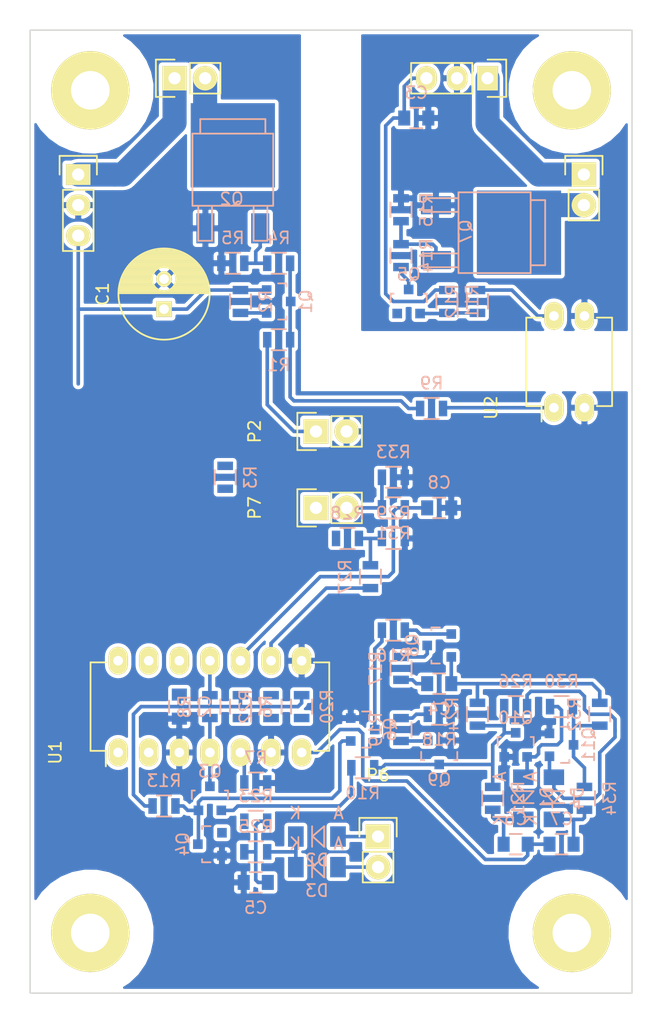
<source format=kicad_pcb>
(kicad_pcb (version 4) (host pcbnew 4.0.4-stable)
  (layers (0 F.Cu signal) (31 B.Cu signal) (34 B.Paste user) (35 F.Paste user) (36 B.SilkS user) (37 F.SilkS user) (38 B.Mask user) (39 F.Mask user) (44 Edge.Cuts user))
  (net 0 "")
  (net 1 V-)
  (net 2 V+)
  (net 3 /V-1)
  (net 4 /V+1)
  (net 5 "Net-(C4-Pad1)")
  (net 6 "Net-(C5-Pad2)")
  (net 7 /BTN)
  (net 8 "Net-(C6-Pad2)")
  (net 9 "Net-(C7-Pad1)")
  (net 10 "Net-(C8-Pad2)")
  (net 11 "Net-(D1-Pad2)")
  (net 12 "Net-(D2-Pad1)")
  (net 13 "Net-(D2-Pad2)")
  (net 14 "Net-(D3-Pad2)")
  (net 15 "Net-(D4-Pad2)")
  (net 16 "Net-(P1-Pad1)")
  (net 17 "Net-(P2-Pad1)")
  (net 18 "Net-(P3-Pad2)")
  (net 19 "Net-(P4-Pad1)")
  (net 20 "Net-(P5-Pad2)")
  (net 21 "Net-(P7-Pad2)")
  (net 22 "Net-(Q1-Pad1)")
  (net 23 /ON)
  (net 24 "Net-(Q2-Pad1)")
  (net 25 "Net-(Q3-Pad1)")
  (net 26 /STARTUP_FB)
  (net 27 "Net-(Q3-Pad3)")
  (net 28 /MAINS_DET)
  (net 29 "Net-(Q5-Pad1)")
  (net 30 "Net-(Q5-Pad3)")
  (net 31 "Net-(Q6-Pad3)")
  (net 32 "Net-(Q7-Pad1)")
  (net 33 "Net-(Q8-Pad1)")
  (net 34 "Net-(Q8-Pad3)")
  (net 35 "Net-(Q9-Pad1)")
  (net 36 /FF_STARTUP)
  (net 37 "Net-(Q11-Pad3)")
  (net 38 "Net-(R3-Pad1)")
  (net 39 "Net-(R6-Pad1)")
  (net 40 "Net-(R9-Pad1)")
  (net 41 "Net-(R12-Pad1)")
  (net 42 "Net-(R22-Pad1)")
  (net 43 "Net-(R27-Pad1)")
  (module Mechanical:Hole_M3 (layer F.Cu) (at 105 95)
    (fp_text reference REF** hide)
    (fp_text value Hole_M3 hide)
    (pad 1 thru_hole circle (at 0 0) (size 6.5 6.5) (drill 3.2) (layers *.Cu *.Mask F.SilkS) (clearance 2))
  )
  (module Mechanical:Hole_M3 (layer F.Cu) (at 145 95)
    (fp_text reference REF** hide)
    (fp_text value Hole_M3 hide)
    (pad 1 thru_hole circle (at 0 0) (size 6.5 6.5) (drill 3.2) (layers *.Cu *.Mask F.SilkS) (clearance 2))
  )
  (module Mechanical:Hole_M3 (layer F.Cu) (at 145 25)
    (fp_text reference REF** hide)
    (fp_text value Hole_M3 hide)
    (pad 1 thru_hole circle (at 0 0) (size 6.5 6.5) (drill 3.2) (layers *.Cu *.Mask F.SilkS) (clearance 2))
  )
  (module Capacitors_ThroughHole:C_Radial_D7.5_L11.2_P2.5 (layer F.Cu) (at 111.125 43.18 90)
    (fp_text reference C1 (at 1.25 -5.1 90) (layer F.SilkS))
    (fp_text value 22u)
    (pad 2 thru_hole circle (at 2.5 0 90) (size 1.3 1.3) (drill 0.8) (layers *.Cu *.Mask F.SilkS) (net 1 V-))
    (pad 1 thru_hole rect (at 0 0 90) (size 1.3 1.3) (drill 0.8) (layers *.Cu *.Mask F.SilkS) (net 2 V+))
  )
  (module Capacitors_SMD:C_0805 (layer B.Cu) (at 112.395 76.2 90)
    (fp_text reference C2 (at 0 2.1 90) (layer B.SilkS) (effects (justify mirror)))
    (fp_text value 100n)
    (pad 1 smd rect (at -1 0 90) (size 1 1.25) (layers B.Cu B.Paste B.Mask) (net 1 V-))
    (pad 2 smd rect (at 1 0 90) (size 1 1.25) (layers B.Cu B.Paste B.Mask) (net 2 V+))
  )
  (module Capacitors_SMD:C_0805 (layer B.Cu) (at 132.08 27.305 180)
    (fp_text reference C3 (at 0 2.1 180) (layer B.SilkS) (effects (justify mirror)))
    (fp_text value 100n)
    (pad 1 smd rect (at -1 0 180) (size 1 1.25) (layers B.Cu B.Paste B.Mask) (net 3 /V-1))
    (pad 2 smd rect (at 1 0 180) (size 1 1.25) (layers B.Cu B.Paste B.Mask) (net 4 /V+1))
  )
  (module Capacitors_SMD:C_0805 (layer B.Cu) (at 133.985 74.295)
    (fp_text reference C4 (at 0 2.1) (layer B.SilkS) (effects (justify mirror)))
    (fp_text value 15n)
    (pad 1 smd rect (at -1 0) (size 1 1.25) (layers B.Cu B.Paste B.Mask) (net 5 "Net-(C4-Pad1)"))
    (pad 2 smd rect (at 1 0) (size 1 1.25) (layers B.Cu B.Paste B.Mask) (net 2 V+))
  )
  (module Capacitors_SMD:C_0805 (layer B.Cu) (at 118.745 90.805)
    (fp_text reference C5 (at 0 2.1) (layer B.SilkS) (effects (justify mirror)))
    (fp_text value 100n)
    (pad 1 smd rect (at -1 0) (size 1 1.25) (layers B.Cu B.Paste B.Mask) (net 1 V-))
    (pad 2 smd rect (at 1 0) (size 1 1.25) (layers B.Cu B.Paste B.Mask) (net 6 "Net-(C5-Pad2)"))
  )
  (module Capacitors_SMD:C_0805 (layer B.Cu) (at 140.335 87.63 180)
    (fp_text reference C6 (at 0 2.1 180) (layer B.SilkS) (effects (justify mirror)))
    (fp_text value 100n)
    (pad 1 smd rect (at -1 0 180) (size 1 1.25) (layers B.Cu B.Paste B.Mask) (net 7 /BTN))
    (pad 2 smd rect (at 1 0 180) (size 1 1.25) (layers B.Cu B.Paste B.Mask) (net 8 "Net-(C6-Pad2)"))
  )
  (module Capacitors_SMD:C_0805 (layer B.Cu) (at 144.145 87.63 180)
    (fp_text reference C7 (at 0 2.1 180) (layer B.SilkS) (effects (justify mirror)))
    (fp_text value 100n)
    (pad 1 smd rect (at -1 0 180) (size 1 1.25) (layers B.Cu B.Paste B.Mask) (net 9 "Net-(C7-Pad1)"))
    (pad 2 smd rect (at 1 0 180) (size 1 1.25) (layers B.Cu B.Paste B.Mask) (net 7 /BTN))
  )
  (module Capacitors_SMD:C_0805 (layer B.Cu) (at 133.985 59.69 180)
    (fp_text reference C8 (at 0 2.1 180) (layer B.SilkS) (effects (justify mirror)))
    (fp_text value 1u)
    (pad 1 smd rect (at -1 0 180) (size 1 1.25) (layers B.Cu B.Paste B.Mask) (net 1 V-))
    (pad 2 smd rect (at 1 0 180) (size 1 1.25) (layers B.Cu B.Paste B.Mask) (net 10 "Net-(C8-Pad2)"))
  )
  (module Diodes_SMD:MiniMELF_Standard (layer B.Cu) (at 140.97 83.82 90)
    (fp_text reference D1 (at 0 1.95 90) (layer B.SilkS) (effects (justify mirror)))
    (fp_text value 1N4148)
    (fp_text user K (at -1.8 -1.95 90) (layer B.SilkS) (effects (justify mirror)))
    (fp_text user A (at 1.8 -1.95 90) (layer B.SilkS) (effects (justify mirror)))
    (pad 1 smd rect (at -1.75006 0 90) (size 1.30048 1.69926) (layers B.Cu B.Paste B.Mask) (net 8 "Net-(C6-Pad2)"))
    (pad 2 smd rect (at 1.75006 0 90) (size 1.30048 1.69926) (layers B.Cu B.Paste B.Mask) (net 11 "Net-(D1-Pad2)"))
  )
  (module Diodes_SMD:MiniMELF_Standard (layer B.Cu) (at 123.825 86.995)
    (fp_text reference D2 (at 0 1.95) (layer B.SilkS) (effects (justify mirror)))
    (fp_text value 1N4148)
    (fp_text user K (at -1.8 -1.95) (layer B.SilkS) (effects (justify mirror)))
    (fp_text user A (at 1.8 -1.95) (layer B.SilkS) (effects (justify mirror)))
    (pad 1 smd rect (at -1.75006 0) (size 1.30048 1.69926) (layers B.Cu B.Paste B.Mask) (net 12 "Net-(D2-Pad1)"))
    (pad 2 smd rect (at 1.75006 0) (size 1.30048 1.69926) (layers B.Cu B.Paste B.Mask) (net 13 "Net-(D2-Pad2)"))
  )
  (module Diodes_SMD:MiniMELF_Standard (layer B.Cu) (at 123.825 89.535)
    (fp_text reference D3 (at 0 1.95) (layer B.SilkS) (effects (justify mirror)))
    (fp_text value 1N4148)
    (fp_text user K (at -1.8 -1.95) (layer B.SilkS) (effects (justify mirror)))
    (fp_text user A (at 1.8 -1.95) (layer B.SilkS) (effects (justify mirror)))
    (pad 1 smd rect (at -1.75006 0) (size 1.30048 1.69926) (layers B.Cu B.Paste B.Mask) (net 12 "Net-(D2-Pad1)"))
    (pad 2 smd rect (at 1.75006 0) (size 1.30048 1.69926) (layers B.Cu B.Paste B.Mask) (net 14 "Net-(D3-Pad2)"))
  )
  (module Diodes_SMD:MiniMELF_Standard (layer B.Cu) (at 143.51 83.82 90)
    (fp_text reference D4 (at 0 1.95 90) (layer B.SilkS) (effects (justify mirror)))
    (fp_text value 1N4148)
    (fp_text user K (at -1.8 -1.95 90) (layer B.SilkS) (effects (justify mirror)))
    (fp_text user A (at 1.8 -1.95 90) (layer B.SilkS) (effects (justify mirror)))
    (pad 1 smd rect (at -1.75006 0 90) (size 1.30048 1.69926) (layers B.Cu B.Paste B.Mask) (net 9 "Net-(C7-Pad1)"))
    (pad 2 smd rect (at 1.75006 0 90) (size 1.30048 1.69926) (layers B.Cu B.Paste B.Mask) (net 15 "Net-(D4-Pad2)"))
  )
  (module Pin_Headers:Pin_Header_Straight_1x03 (layer F.Cu) (at 104 32)
    (fp_text reference P1 (at 0 -5.1) (layer F.SilkS))
    (fp_text value VI2)
    (pad 1 thru_hole rect (at 0 0) (size 2.032 1.7272) (drill 1.016) (layers *.Cu *.Mask F.SilkS) (net 16 "Net-(P1-Pad1)"))
    (pad 2 thru_hole oval (at 0 2.54) (size 2.032 1.7272) (drill 1.016) (layers *.Cu *.Mask F.SilkS) (net 1 V-))
    (pad 3 thru_hole oval (at 0 5.08) (size 2.032 1.7272) (drill 1.016) (layers *.Cu *.Mask F.SilkS) (net 2 V+))
  )
  (module Pin_Headers:Pin_Header_Straight_1x02 (layer F.Cu) (at 123.75 53.34 90)
    (fp_text reference P2 (at 0 -5.1 90) (layer F.SilkS))
    (fp_text value LED)
    (pad 1 thru_hole rect (at 0 0 90) (size 2.032 2.032) (drill 1.016) (layers *.Cu *.Mask F.SilkS) (net 17 "Net-(P2-Pad1)"))
    (pad 2 thru_hole oval (at 0 2.54 90) (size 2.032 2.032) (drill 1.016) (layers *.Cu *.Mask F.SilkS) (net 1 V-))
  )
  (module Pin_Headers:Pin_Header_Straight_1x02 (layer F.Cu) (at 112 24 90)
    (fp_text reference P3 (at 0 -5.1 90) (layer F.SilkS))
    (fp_text value VO2)
    (pad 1 thru_hole rect (at 0 0 90) (size 2.032 2.032) (drill 1.016) (layers *.Cu *.Mask F.SilkS) (net 16 "Net-(P1-Pad1)"))
    (pad 2 thru_hole oval (at 0 2.54 90) (size 2.032 2.032) (drill 1.016) (layers *.Cu *.Mask F.SilkS) (net 18 "Net-(P3-Pad2)"))
  )
  (module Pin_Headers:Pin_Header_Straight_1x03 (layer F.Cu) (at 138 24 270)
    (fp_text reference P4 (at 0 -5.1 270) (layer F.SilkS))
    (fp_text value VI1)
    (pad 1 thru_hole rect (at 0 0 270) (size 2.032 1.7272) (drill 1.016) (layers *.Cu *.Mask F.SilkS) (net 19 "Net-(P4-Pad1)"))
    (pad 2 thru_hole oval (at 0 2.54 270) (size 2.032 1.7272) (drill 1.016) (layers *.Cu *.Mask F.SilkS) (net 3 /V-1))
    (pad 3 thru_hole oval (at 0 5.08 270) (size 2.032 1.7272) (drill 1.016) (layers *.Cu *.Mask F.SilkS) (net 4 /V+1))
  )
  (module Pin_Headers:Pin_Header_Straight_1x02 (layer F.Cu) (at 146 32)
    (fp_text reference P5 (at 0 -5.1) (layer F.SilkS))
    (fp_text value VO1)
    (pad 1 thru_hole rect (at 0 0) (size 2.032 2.032) (drill 1.016) (layers *.Cu *.Mask F.SilkS) (net 19 "Net-(P4-Pad1)"))
    (pad 2 thru_hole oval (at 0 2.54) (size 2.032 2.032) (drill 1.016) (layers *.Cu *.Mask F.SilkS) (net 20 "Net-(P5-Pad2)"))
  )
  (module Pin_Headers:Pin_Header_Straight_1x02 (layer F.Cu) (at 128.905 86.995)
    (fp_text reference P6 (at 0 -5.1) (layer F.SilkS))
    (fp_text value VAC2)
    (pad 1 thru_hole rect (at 0 0) (size 2.032 2.032) (drill 1.016) (layers *.Cu *.Mask F.SilkS) (net 13 "Net-(D2-Pad2)"))
    (pad 2 thru_hole oval (at 0 2.54) (size 2.032 2.032) (drill 1.016) (layers *.Cu *.Mask F.SilkS) (net 14 "Net-(D3-Pad2)"))
  )
  (module Pin_Headers:Pin_Header_Straight_1x02 (layer F.Cu) (at 123.75 59.69 90)
    (fp_text reference P7 (at 0 -5.1 90) (layer F.SilkS))
    (fp_text value Taster)
    (pad 1 thru_hole rect (at 0 0 90) (size 2.032 2.032) (drill 1.016) (layers *.Cu *.Mask F.SilkS) (net 2 V+))
    (pad 2 thru_hole oval (at 0 2.54 90) (size 2.032 2.032) (drill 1.016) (layers *.Cu *.Mask F.SilkS) (net 21 "Net-(P7-Pad2)"))
  )
  (module TO_SOT_Packages_SMD:SOT-23 (layer B.Cu) (at 120.65 42.545 90)
    (fp_text reference Q1 (at 0 2.25 90) (layer B.SilkS) (effects (justify mirror)))
    (fp_text value BC858)
    (pad 1 smd rect (at -0.95 -1.00076 90) (size 0.8001 0.8001) (layers B.Cu B.Paste B.Mask) (net 22 "Net-(Q1-Pad1)"))
    (pad 2 smd rect (at 0.95 -1.00076 90) (size 0.8001 0.8001) (layers B.Cu B.Paste B.Mask) (net 2 V+))
    (pad 3 smd rect (at 0 0.99822 90) (size 0.8001 0.8001) (layers B.Cu B.Paste B.Mask) (net 23 /ON))
  )
  (module TO_SOT_Packages_SMD:SOT-428 (layer B.Cu) (at 116.84 33.02 180)
    (fp_text reference Q2 (at 0.09906 -1.00076 180) (layer B.SilkS) (effects (justify mirror)))
    (fp_text value Q_NMOS_GDS)
    (pad 1 smd rect (at -2.27584 -3.44932 180) (size 1.50114 2.49936) (layers B.Cu B.Paste B.Mask) (net 24 "Net-(Q2-Pad1)"))
    (pad 3 smd rect (at 2.27584 -3.44932 180) (size 1.50114 2.49936) (layers B.Cu B.Paste B.Mask) (net 1 V-))
    (pad 2 smd rect (at 0 3.44932 180) (size 7.00024 7.00024) (layers B.Cu B.Paste B.Mask) (net 18 "Net-(P3-Pad2)"))
  )
  (module TO_SOT_Packages_SMD:SOT-23 (layer B.Cu) (at 114.935 83.82 180)
    (fp_text reference Q3 (at 0 2.25 180) (layer B.SilkS) (effects (justify mirror)))
    (fp_text value BC850)
    (pad 1 smd rect (at -0.95 -1.00076 180) (size 0.8001 0.8001) (layers B.Cu B.Paste B.Mask) (net 25 "Net-(Q3-Pad1)"))
    (pad 2 smd rect (at 0.95 -1.00076 180) (size 0.8001 0.8001) (layers B.Cu B.Paste B.Mask) (net 26 /STARTUP_FB))
    (pad 3 smd rect (at 0 0.99822 180) (size 0.8001 0.8001) (layers B.Cu B.Paste B.Mask) (net 27 "Net-(Q3-Pad3)"))
  )
  (module TO_SOT_Packages_SMD:SOT-23 (layer B.Cu) (at 114.935 87.63 270)
    (fp_text reference Q4 (at 0 2.25 270) (layer B.SilkS) (effects (justify mirror)))
    (fp_text value BC850)
    (pad 1 smd rect (at -0.95 -1.00076 270) (size 0.8001 0.8001) (layers B.Cu B.Paste B.Mask) (net 28 /MAINS_DET))
    (pad 2 smd rect (at 0.95 -1.00076 270) (size 0.8001 0.8001) (layers B.Cu B.Paste B.Mask) (net 1 V-))
    (pad 3 smd rect (at 0 0.99822 270) (size 0.8001 0.8001) (layers B.Cu B.Paste B.Mask) (net 26 /STARTUP_FB))
  )
  (module TO_SOT_Packages_SMD:SOT-23 (layer B.Cu) (at 131.445 42.545 180)
    (fp_text reference Q5 (at 0 2.25 180) (layer B.SilkS) (effects (justify mirror)))
    (fp_text value BC858)
    (pad 1 smd rect (at -0.95 -1.00076 180) (size 0.8001 0.8001) (layers B.Cu B.Paste B.Mask) (net 29 "Net-(Q5-Pad1)"))
    (pad 2 smd rect (at 0.95 -1.00076 180) (size 0.8001 0.8001) (layers B.Cu B.Paste B.Mask) (net 4 /V+1))
    (pad 3 smd rect (at 0 0.99822 180) (size 0.8001 0.8001) (layers B.Cu B.Paste B.Mask) (net 30 "Net-(Q5-Pad3)"))
  )
  (module TO_SOT_Packages_SMD:SOT-23 (layer B.Cu) (at 127.635 78.105 90)
    (fp_text reference Q6 (at 0 2.25 90) (layer B.SilkS) (effects (justify mirror)))
    (fp_text value BC850)
    (pad 1 smd rect (at -0.95 -1.00076 90) (size 0.8001 0.8001) (layers B.Cu B.Paste B.Mask) (net 26 /STARTUP_FB))
    (pad 2 smd rect (at 0.95 -1.00076 90) (size 0.8001 0.8001) (layers B.Cu B.Paste B.Mask) (net 1 V-))
    (pad 3 smd rect (at 0 0.99822 90) (size 0.8001 0.8001) (layers B.Cu B.Paste B.Mask) (net 31 "Net-(Q6-Pad3)"))
  )
  (module TO_SOT_Packages_SMD:SOT-428 (layer B.Cu) (at 137.16 36.83 90)
    (fp_text reference Q7 (at 0.09906 -1.00076 90) (layer B.SilkS) (effects (justify mirror)))
    (fp_text value Q_NMOS_GDS)
    (pad 1 smd rect (at -2.27584 -3.44932 90) (size 1.50114 2.49936) (layers B.Cu B.Paste B.Mask) (net 32 "Net-(Q7-Pad1)"))
    (pad 3 smd rect (at 2.27584 -3.44932 90) (size 1.50114 2.49936) (layers B.Cu B.Paste B.Mask) (net 3 /V-1))
    (pad 2 smd rect (at 0 3.44932 90) (size 7.00024 7.00024) (layers B.Cu B.Paste B.Mask) (net 20 "Net-(P5-Pad2)"))
  )
  (module TO_SOT_Packages_SMD:SOT-23 (layer B.Cu) (at 133.985 71.12 270)
    (fp_text reference Q8 (at 0 2.25 270) (layer B.SilkS) (effects (justify mirror)))
    (fp_text value BC856)
    (pad 1 smd rect (at -0.95 -1.00076 270) (size 0.8001 0.8001) (layers B.Cu B.Paste B.Mask) (net 33 "Net-(Q8-Pad1)"))
    (pad 2 smd rect (at 0.95 -1.00076 270) (size 0.8001 0.8001) (layers B.Cu B.Paste B.Mask) (net 2 V+))
    (pad 3 smd rect (at 0 0.99822 270) (size 0.8001 0.8001) (layers B.Cu B.Paste B.Mask) (net 34 "Net-(Q8-Pad3)"))
  )
  (module TO_SOT_Packages_SMD:SOT-23 (layer B.Cu) (at 133.985 80.01)
    (fp_text reference Q9 (at 0 2.25) (layer B.SilkS) (effects (justify mirror)))
    (fp_text value BC850)
    (pad 1 smd rect (at -0.95 -1.00076) (size 0.8001 0.8001) (layers B.Cu B.Paste B.Mask) (net 35 "Net-(Q9-Pad1)"))
    (pad 2 smd rect (at 0.95 -1.00076) (size 0.8001 0.8001) (layers B.Cu B.Paste B.Mask) (net 1 V-))
    (pad 3 smd rect (at 0 0.99822) (size 0.8001 0.8001) (layers B.Cu B.Paste B.Mask) (net 36 /FF_STARTUP))
  )
  (module TO_SOT_Packages_SMD:SOT-23 (layer B.Cu) (at 140.335 79.375 180)
    (fp_text reference Q10 (at 0 2.25 180) (layer B.SilkS) (effects (justify mirror)))
    (fp_text value BC850)
    (pad 1 smd rect (at -0.95 -1.00076 180) (size 0.8001 0.8001) (layers B.Cu B.Paste B.Mask) (net 11 "Net-(D1-Pad2)"))
    (pad 2 smd rect (at 0.95 -1.00076 180) (size 0.8001 0.8001) (layers B.Cu B.Paste B.Mask) (net 1 V-))
    (pad 3 smd rect (at 0 0.99822 180) (size 0.8001 0.8001) (layers B.Cu B.Paste B.Mask) (net 36 /FF_STARTUP))
  )
  (module TO_SOT_Packages_SMD:SOT-23 (layer B.Cu) (at 144.145 79.375 90)
    (fp_text reference Q11 (at 0 2.25 90) (layer B.SilkS) (effects (justify mirror)))
    (fp_text value BC850)
    (pad 1 smd rect (at -0.95 -1.00076 90) (size 0.8001 0.8001) (layers B.Cu B.Paste B.Mask) (net 15 "Net-(D4-Pad2)"))
    (pad 2 smd rect (at 0.95 -1.00076 90) (size 0.8001 0.8001) (layers B.Cu B.Paste B.Mask) (net 1 V-))
    (pad 3 smd rect (at 0 0.99822 90) (size 0.8001 0.8001) (layers B.Cu B.Paste B.Mask) (net 37 "Net-(Q11-Pad3)"))
  )
  (module Resistors_SMD:R_0805 (layer B.Cu) (at 120.65 45.72)
    (fp_text reference R1 (at 0 2.1) (layer B.SilkS) (effects (justify mirror)))
    (fp_text value 2k2)
    (pad 1 smd rect (at -0.95 0) (size 0.7 1.3) (layers B.Cu B.Paste B.Mask) (net 17 "Net-(P2-Pad1)"))
    (pad 2 smd rect (at 0.95 0) (size 0.7 1.3) (layers B.Cu B.Paste B.Mask) (net 23 /ON))
  )
  (module Resistors_SMD:R_0805 (layer B.Cu) (at 117.475 42.545 90)
    (fp_text reference R2 (at 0 2.1 90) (layer B.SilkS) (effects (justify mirror)))
    (fp_text value 10k)
    (pad 1 smd rect (at -0.95 0 90) (size 0.7 1.3) (layers B.Cu B.Paste B.Mask) (net 22 "Net-(Q1-Pad1)"))
    (pad 2 smd rect (at 0.95 0 90) (size 0.7 1.3) (layers B.Cu B.Paste B.Mask) (net 2 V+))
  )
  (module Resistors_SMD:R_0805 (layer B.Cu) (at 116.205 57.15 90)
    (fp_text reference R3 (at 0 2.1 90) (layer B.SilkS) (effects (justify mirror)))
    (fp_text value 22k)
    (pad 1 smd rect (at -0.95 0 90) (size 0.7 1.3) (layers B.Cu B.Paste B.Mask) (net 38 "Net-(R3-Pad1)"))
    (pad 2 smd rect (at 0.95 0 90) (size 0.7 1.3) (layers B.Cu B.Paste B.Mask) (net 22 "Net-(Q1-Pad1)"))
  )
  (module Resistors_SMD:R_0805 (layer B.Cu) (at 120.65 39.37 180)
    (fp_text reference R4 (at 0 2.1 180) (layer B.SilkS) (effects (justify mirror)))
    (fp_text value 100)
    (pad 1 smd rect (at -0.95 0 180) (size 0.7 1.3) (layers B.Cu B.Paste B.Mask) (net 23 /ON))
    (pad 2 smd rect (at 0.95 0 180) (size 0.7 1.3) (layers B.Cu B.Paste B.Mask) (net 24 "Net-(Q2-Pad1)"))
  )
  (module Resistors_SMD:R_0805 (layer B.Cu) (at 116.84 39.37 180)
    (fp_text reference R5 (at 0 2.1 180) (layer B.SilkS) (effects (justify mirror)))
    (fp_text value 22k)
    (pad 1 smd rect (at -0.95 0 180) (size 0.7 1.3) (layers B.Cu B.Paste B.Mask) (net 24 "Net-(Q2-Pad1)"))
    (pad 2 smd rect (at 0.95 0 180) (size 0.7 1.3) (layers B.Cu B.Paste B.Mask) (net 1 V-))
  )
  (module Resistors_SMD:R_0805 (layer B.Cu) (at 117.475 76.2 90)
    (fp_text reference R6 (at 0 2.1 90) (layer B.SilkS) (effects (justify mirror)))
    (fp_text value 10k)
    (pad 1 smd rect (at -0.95 0 90) (size 0.7 1.3) (layers B.Cu B.Paste B.Mask) (net 39 "Net-(R6-Pad1)"))
    (pad 2 smd rect (at 0.95 0 90) (size 0.7 1.3) (layers B.Cu B.Paste B.Mask) (net 2 V+))
  )
  (module Resistors_SMD:R_0805 (layer B.Cu) (at 118.745 82.55 180)
    (fp_text reference R7 (at 0 2.1 180) (layer B.SilkS) (effects (justify mirror)))
    (fp_text value 100k)
    (pad 1 smd rect (at -0.95 0 180) (size 0.7 1.3) (layers B.Cu B.Paste B.Mask) (net 1 V-))
    (pad 2 smd rect (at 0.95 0 180) (size 0.7 1.3) (layers B.Cu B.Paste B.Mask) (net 39 "Net-(R6-Pad1)"))
  )
  (module Resistors_SMD:R_0805 (layer B.Cu) (at 114.935 76.2 270)
    (fp_text reference R8 (at 0 2.1 270) (layer B.SilkS) (effects (justify mirror)))
    (fp_text value 10k)
    (pad 1 smd rect (at -0.95 0 270) (size 0.7 1.3) (layers B.Cu B.Paste B.Mask) (net 2 V+))
    (pad 2 smd rect (at 0.95 0 270) (size 0.7 1.3) (layers B.Cu B.Paste B.Mask) (net 27 "Net-(Q3-Pad3)"))
  )
  (module Resistors_SMD:R_0805 (layer B.Cu) (at 133.35 51.435 180)
    (fp_text reference R9 (at 0 2.1 180) (layer B.SilkS) (effects (justify mirror)))
    (fp_text value 2k2)
    (pad 1 smd rect (at -0.95 0 180) (size 0.7 1.3) (layers B.Cu B.Paste B.Mask) (net 40 "Net-(R9-Pad1)"))
    (pad 2 smd rect (at 0.95 0 180) (size 0.7 1.3) (layers B.Cu B.Paste B.Mask) (net 23 /ON))
  )
  (module Resistors_SMD:R_0805 (layer B.Cu) (at 127.635 81.28)
    (fp_text reference R10 (at 0 2.1) (layer B.SilkS) (effects (justify mirror)))
    (fp_text value 22k)
    (pad 1 smd rect (at -0.95 0) (size 0.7 1.3) (layers B.Cu B.Paste B.Mask) (net 25 "Net-(Q3-Pad1)"))
    (pad 2 smd rect (at 0.95 0) (size 0.7 1.3) (layers B.Cu B.Paste B.Mask) (net 36 /FF_STARTUP))
  )
  (module Resistors_SMD:R_0805 (layer B.Cu) (at 134.62 42.545 90)
    (fp_text reference R11 (at 0 2.1 90) (layer B.SilkS) (effects (justify mirror)))
    (fp_text value 10k)
    (pad 1 smd rect (at -0.95 0 90) (size 0.7 1.3) (layers B.Cu B.Paste B.Mask) (net 29 "Net-(Q5-Pad1)"))
    (pad 2 smd rect (at 0.95 0 90) (size 0.7 1.3) (layers B.Cu B.Paste B.Mask) (net 4 /V+1))
  )
  (module Resistors_SMD:R_0805 (layer B.Cu) (at 137.16 42.545 270)
    (fp_text reference R12 (at 0 2.1 270) (layer B.SilkS) (effects (justify mirror)))
    (fp_text value 22k)
    (pad 1 smd rect (at -0.95 0 270) (size 0.7 1.3) (layers B.Cu B.Paste B.Mask) (net 41 "Net-(R12-Pad1)"))
    (pad 2 smd rect (at 0.95 0 270) (size 0.7 1.3) (layers B.Cu B.Paste B.Mask) (net 29 "Net-(Q5-Pad1)"))
  )
  (module Resistors_SMD:R_0805 (layer B.Cu) (at 111.125 84.455 180)
    (fp_text reference R13 (at 0 2.1 180) (layer B.SilkS) (effects (justify mirror)))
    (fp_text value 10k)
    (pad 1 smd rect (at -0.95 0 180) (size 0.7 1.3) (layers B.Cu B.Paste B.Mask) (net 26 /STARTUP_FB))
    (pad 2 smd rect (at 0.95 0 180) (size 0.7 1.3) (layers B.Cu B.Paste B.Mask) (net 2 V+))
  )
  (module Resistors_SMD:R_0805 (layer B.Cu) (at 130.81 38.735 90)
    (fp_text reference R14 (at 0 2.1 90) (layer B.SilkS) (effects (justify mirror)))
    (fp_text value 100)
    (pad 1 smd rect (at -0.95 0 90) (size 0.7 1.3) (layers B.Cu B.Paste B.Mask) (net 30 "Net-(Q5-Pad3)"))
    (pad 2 smd rect (at 0.95 0 90) (size 0.7 1.3) (layers B.Cu B.Paste B.Mask) (net 32 "Net-(Q7-Pad1)"))
  )
  (module Resistors_SMD:R_0805 (layer B.Cu) (at 130.81 34.925 90)
    (fp_text reference R15 (at 0 2.1 90) (layer B.SilkS) (effects (justify mirror)))
    (fp_text value 22k)
    (pad 1 smd rect (at -0.95 0 90) (size 0.7 1.3) (layers B.Cu B.Paste B.Mask) (net 32 "Net-(Q7-Pad1)"))
    (pad 2 smd rect (at 0.95 0 90) (size 0.7 1.3) (layers B.Cu B.Paste B.Mask) (net 3 /V-1))
  )
  (module Resistors_SMD:R_0805 (layer B.Cu) (at 130.175 69.85)
    (fp_text reference R16 (at 0 2.1) (layer B.SilkS) (effects (justify mirror)))
    (fp_text value 10k)
    (pad 1 smd rect (at -0.95 0) (size 0.7 1.3) (layers B.Cu B.Paste B.Mask) (net 31 "Net-(Q6-Pad3)"))
    (pad 2 smd rect (at 0.95 0) (size 0.7 1.3) (layers B.Cu B.Paste B.Mask) (net 33 "Net-(Q8-Pad1)"))
  )
  (module Resistors_SMD:R_0805 (layer B.Cu) (at 130.81 73.025 270)
    (fp_text reference R17 (at 0 2.1 270) (layer B.SilkS) (effects (justify mirror)))
    (fp_text value 1k)
    (pad 1 smd rect (at -0.95 0 270) (size 0.7 1.3) (layers B.Cu B.Paste B.Mask) (net 34 "Net-(Q8-Pad3)"))
    (pad 2 smd rect (at 0.95 0 270) (size 0.7 1.3) (layers B.Cu B.Paste B.Mask) (net 5 "Net-(C4-Pad1)"))
  )
  (module Resistors_SMD:R_0805 (layer B.Cu) (at 133.985 76.835)
    (fp_text reference R18 (at 0 2.1) (layer B.SilkS) (effects (justify mirror)))
    (fp_text value 100k)
    (pad 1 smd rect (at -0.95 0) (size 0.7 1.3) (layers B.Cu B.Paste B.Mask) (net 5 "Net-(C4-Pad1)"))
    (pad 2 smd rect (at 0.95 0) (size 0.7 1.3) (layers B.Cu B.Paste B.Mask) (net 1 V-))
  )
  (module Resistors_SMD:R_0805 (layer B.Cu) (at 130.81 78.105 270)
    (fp_text reference R19 (at 0 2.1 270) (layer B.SilkS) (effects (justify mirror)))
    (fp_text value 10k)
    (pad 1 smd rect (at -0.95 0 270) (size 0.7 1.3) (layers B.Cu B.Paste B.Mask) (net 5 "Net-(C4-Pad1)"))
    (pad 2 smd rect (at 0.95 0 270) (size 0.7 1.3) (layers B.Cu B.Paste B.Mask) (net 35 "Net-(Q9-Pad1)"))
  )
  (module Resistors_SMD:R_0805 (layer B.Cu) (at 122.555 76.2 90)
    (fp_text reference R20 (at 0 2.1 90) (layer B.SilkS) (effects (justify mirror)))
    (fp_text value 10k)
    (pad 1 smd rect (at -0.95 0 90) (size 0.7 1.3) (layers B.Cu B.Paste B.Mask) (net 7 /BTN))
    (pad 2 smd rect (at 0.95 0 90) (size 0.7 1.3) (layers B.Cu B.Paste B.Mask) (net 2 V+))
  )
  (module Resistors_SMD:R_0805 (layer B.Cu) (at 138.43 83.82 90)
    (fp_text reference R21 (at 0 2.1 90) (layer B.SilkS) (effects (justify mirror)))
    (fp_text value 47k)
    (pad 1 smd rect (at -0.95 0 90) (size 0.7 1.3) (layers B.Cu B.Paste B.Mask) (net 8 "Net-(C6-Pad2)"))
    (pad 2 smd rect (at 0.95 0 90) (size 0.7 1.3) (layers B.Cu B.Paste B.Mask) (net 36 /FF_STARTUP))
  )
  (module Resistors_SMD:R_0805 (layer B.Cu) (at 120.015 76.2 270)
    (fp_text reference R22 (at 0 2.1 270) (layer B.SilkS) (effects (justify mirror)))
    (fp_text value 120k)
    (pad 1 smd rect (at -0.95 0 270) (size 0.7 1.3) (layers B.Cu B.Paste B.Mask) (net 42 "Net-(R22-Pad1)"))
    (pad 2 smd rect (at 0.95 0 270) (size 0.7 1.3) (layers B.Cu B.Paste B.Mask) (net 7 /BTN))
  )
  (module Resistors_SMD:R_0805 (layer B.Cu) (at 118.745 85.725 180)
    (fp_text reference R23 (at 0 2.1 180) (layer B.SilkS) (effects (justify mirror)))
    (fp_text value 22k)
    (pad 1 smd rect (at -0.95 0 180) (size 0.7 1.3) (layers B.Cu B.Paste B.Mask) (net 6 "Net-(C5-Pad2)"))
    (pad 2 smd rect (at 0.95 0 180) (size 0.7 1.3) (layers B.Cu B.Paste B.Mask) (net 28 /MAINS_DET))
  )
  (module Resistors_SMD:R_0805 (layer B.Cu) (at 137.16 76.835 270)
    (fp_text reference R24 (at 0 2.1 270) (layer B.SilkS) (effects (justify mirror)))
    (fp_text value 10k)
    (pad 1 smd rect (at -0.95 0 270) (size 0.7 1.3) (layers B.Cu B.Paste B.Mask) (net 2 V+))
    (pad 2 smd rect (at 0.95 0 270) (size 0.7 1.3) (layers B.Cu B.Paste B.Mask) (net 36 /FF_STARTUP))
  )
  (module Resistors_SMD:R_0805 (layer B.Cu) (at 118.745 88.265 180)
    (fp_text reference R25 (at 0 2.1 180) (layer B.SilkS) (effects (justify mirror)))
    (fp_text value 22k)
    (pad 1 smd rect (at -0.95 0 180) (size 0.7 1.3) (layers B.Cu B.Paste B.Mask) (net 12 "Net-(D2-Pad1)"))
    (pad 2 smd rect (at 0.95 0 180) (size 0.7 1.3) (layers B.Cu B.Paste B.Mask) (net 6 "Net-(C5-Pad2)"))
  )
  (module Resistors_SMD:R_0805 (layer B.Cu) (at 140.335 76.2 180)
    (fp_text reference R26 (at 0 2.1 180) (layer B.SilkS) (effects (justify mirror)))
    (fp_text value 22k)
    (pad 1 smd rect (at -0.95 0 180) (size 0.7 1.3) (layers B.Cu B.Paste B.Mask) (net 15 "Net-(D4-Pad2)"))
    (pad 2 smd rect (at 0.95 0 180) (size 0.7 1.3) (layers B.Cu B.Paste B.Mask) (net 36 /FF_STARTUP))
  )
  (module Resistors_SMD:R_0805 (layer B.Cu) (at 128.27 65.405 270)
    (fp_text reference R27 (at 0 2.1 270) (layer B.SilkS) (effects (justify mirror)))
    (fp_text value 100k)
    (pad 1 smd rect (at -0.95 0 270) (size 0.7 1.3) (layers B.Cu B.Paste B.Mask) (net 43 "Net-(R27-Pad1)"))
    (pad 2 smd rect (at 0.95 0 270) (size 0.7 1.3) (layers B.Cu B.Paste B.Mask) (net 42 "Net-(R22-Pad1)"))
  )
  (module Resistors_SMD:R_0805 (layer B.Cu) (at 126.365 62.23 180)
    (fp_text reference R28 (at 0 2.1 180) (layer B.SilkS) (effects (justify mirror)))
    (fp_text value 10k)
    (pad 1 smd rect (at -0.95 0 180) (size 0.7 1.3) (layers B.Cu B.Paste B.Mask) (net 43 "Net-(R27-Pad1)"))
    (pad 2 smd rect (at 0.95 0 180) (size 0.7 1.3) (layers B.Cu B.Paste B.Mask) (net 2 V+))
  )
  (module Resistors_SMD:R_0805 (layer B.Cu) (at 130.175 62.23 180)
    (fp_text reference R29 (at 0 2.1 180) (layer B.SilkS) (effects (justify mirror)))
    (fp_text value 10k)
    (pad 1 smd rect (at -0.95 0 180) (size 0.7 1.3) (layers B.Cu B.Paste B.Mask) (net 1 V-))
    (pad 2 smd rect (at 0.95 0 180) (size 0.7 1.3) (layers B.Cu B.Paste B.Mask) (net 43 "Net-(R27-Pad1)"))
  )
  (module Resistors_SMD:R_0805 (layer B.Cu) (at 144.145 76.2 180)
    (fp_text reference R30 (at 0 2.1 180) (layer B.SilkS) (effects (justify mirror)))
    (fp_text value 22k)
    (pad 1 smd rect (at -0.95 0 180) (size 0.7 1.3) (layers B.Cu B.Paste B.Mask) (net 37 "Net-(Q11-Pad3)"))
    (pad 2 smd rect (at 0.95 0 180) (size 0.7 1.3) (layers B.Cu B.Paste B.Mask) (net 11 "Net-(D1-Pad2)"))
  )
  (module Resistors_SMD:R_0805 (layer B.Cu) (at 130.175 59.69)
    (fp_text reference R31 (at 0 2.1) (layer B.SilkS) (effects (justify mirror)))
    (fp_text value 10k)
    (pad 1 smd rect (at -0.95 0) (size 0.7 1.3) (layers B.Cu B.Paste B.Mask) (net 21 "Net-(P7-Pad2)"))
    (pad 2 smd rect (at 0.95 0) (size 0.7 1.3) (layers B.Cu B.Paste B.Mask) (net 10 "Net-(C8-Pad2)"))
  )
  (module Resistors_SMD:R_0805 (layer B.Cu) (at 147.32 76.835 270)
    (fp_text reference R32 (at 0 2.1 270) (layer B.SilkS) (effects (justify mirror)))
    (fp_text value 10k)
    (pad 1 smd rect (at -0.95 0 270) (size 0.7 1.3) (layers B.Cu B.Paste B.Mask) (net 2 V+))
    (pad 2 smd rect (at 0.95 0 270) (size 0.7 1.3) (layers B.Cu B.Paste B.Mask) (net 37 "Net-(Q11-Pad3)"))
  )
  (module Resistors_SMD:R_0805 (layer B.Cu) (at 130.175 57.15 180)
    (fp_text reference R33 (at 0 2.1 180) (layer B.SilkS) (effects (justify mirror)))
    (fp_text value 4k7)
    (pad 1 smd rect (at -0.95 0 180) (size 0.7 1.3) (layers B.Cu B.Paste B.Mask) (net 1 V-))
    (pad 2 smd rect (at 0.95 0 180) (size 0.7 1.3) (layers B.Cu B.Paste B.Mask) (net 21 "Net-(P7-Pad2)"))
  )
  (module Resistors_SMD:R_0805 (layer B.Cu) (at 146.05 83.82 90)
    (fp_text reference R34 (at 0 2.1 90) (layer B.SilkS) (effects (justify mirror)))
    (fp_text value 47k)
    (pad 1 smd rect (at -0.95 0 90) (size 0.7 1.3) (layers B.Cu B.Paste B.Mask) (net 9 "Net-(C7-Pad1)"))
    (pad 2 smd rect (at 0.95 0 90) (size 0.7 1.3) (layers B.Cu B.Paste B.Mask) (net 37 "Net-(Q11-Pad3)"))
  )
  (module Housings_DIP:DIP-14_W7.62mm_LongPads (layer F.Cu) (at 107.315 80.01 90)
    (fp_text reference U1 (at 0 -5.22 90) (layer F.SilkS))
    (fp_text value LM319)
    (pad 1 thru_hole oval (at 0 0 90) (size 2.3 1.6) (drill 0.8) (layers *.Cu *.Mask F.SilkS))
    (pad 2 thru_hole oval (at 0 2.54 90) (size 2.3 1.6) (drill 0.8) (layers *.Cu *.Mask F.SilkS))
    (pad 3 thru_hole oval (at 0 5.08 90) (size 2.3 1.6) (drill 0.8) (layers *.Cu *.Mask F.SilkS) (net 1 V-))
    (pad 4 thru_hole oval (at 0 7.62 90) (size 2.3 1.6) (drill 0.8) (layers *.Cu *.Mask F.SilkS) (net 27 "Net-(Q3-Pad3)"))
    (pad 5 thru_hole oval (at 0 10.16 90) (size 2.3 1.6) (drill 0.8) (layers *.Cu *.Mask F.SilkS) (net 39 "Net-(R6-Pad1)"))
    (pad 6 thru_hole oval (at 0 12.7 90) (size 2.3 1.6) (drill 0.8) (layers *.Cu *.Mask F.SilkS) (net 1 V-))
    (pad 7 thru_hole oval (at 0 15.24 90) (size 2.3 1.6) (drill 0.8) (layers *.Cu *.Mask F.SilkS) (net 7 /BTN))
    (pad 8 thru_hole oval (at 7.62 15.24 90) (size 2.3 1.6) (drill 0.8) (layers *.Cu *.Mask F.SilkS) (net 1 V-))
    (pad 9 thru_hole oval (at 7.62 12.7 90) (size 2.3 1.6) (drill 0.8) (layers *.Cu *.Mask F.SilkS) (net 42 "Net-(R22-Pad1)"))
    (pad 10 thru_hole oval (at 7.62 10.16 90) (size 2.3 1.6) (drill 0.8) (layers *.Cu *.Mask F.SilkS) (net 10 "Net-(C8-Pad2)"))
    (pad 11 thru_hole oval (at 7.62 7.62 90) (size 2.3 1.6) (drill 0.8) (layers *.Cu *.Mask F.SilkS) (net 2 V+))
    (pad 12 thru_hole oval (at 7.62 5.08 90) (size 2.3 1.6) (drill 0.8) (layers *.Cu *.Mask F.SilkS) (net 38 "Net-(R3-Pad1)"))
    (pad 13 thru_hole oval (at 7.62 2.54 90) (size 2.3 1.6) (drill 0.8) (layers *.Cu *.Mask F.SilkS))
    (pad 14 thru_hole oval (at 7.62 0 90) (size 2.3 1.6) (drill 0.8) (layers *.Cu *.Mask F.SilkS))
  )
  (module Housings_DIP:DIP-4_W7.62mm_LongPads (layer F.Cu) (at 143.51 51.37 90)
    (fp_text reference U2 (at 0 -5.22 90) (layer F.SilkS))
    (fp_text value LTV-817)
    (pad 1 thru_hole oval (at 0 0 90) (size 2.3 1.6) (drill 0.8) (layers *.Cu *.Mask F.SilkS) (net 40 "Net-(R9-Pad1)"))
    (pad 2 thru_hole oval (at 0 2.54 90) (size 2.3 1.6) (drill 0.8) (layers *.Cu *.Mask F.SilkS) (net 1 V-))
    (pad 3 thru_hole oval (at 7.62 2.54 90) (size 2.3 1.6) (drill 0.8) (layers *.Cu *.Mask F.SilkS) (net 3 /V-1))
    (pad 4 thru_hole oval (at 7.62 0 90) (size 2.3 1.6) (drill 0.8) (layers *.Cu *.Mask F.SilkS) (net 41 "Net-(R12-Pad1)"))
  )
  (module Mechanical:Hole_M3 (layer F.Cu) (at 105 25)
    (fp_text reference REF** hide)
    (fp_text value Hole_M3 hide)
    (pad 1 thru_hole circle (at 0 0) (size 6.5 6.5) (drill 3.2) (layers *.Cu *.Mask F.SilkS) (clearance 2))
  )
  (gr_line (start 100 20) (end 100 100) (layer Edge.Cuts) (width 0.1))
  (gr_line (start 150 20) (end 100 20) (layer Edge.Cuts) (width 0.1))
  (gr_line (start 150 100) (end 150 20) (layer Edge.Cuts) (width 0.1))
  (gr_line (start 100 100) (end 150 100) (layer Edge.Cuts) (width 0.1))
  (segment (start 108.585 76.835) (end 109.22 76.2) (width 0.3) (layer B.Cu) (net 2))
  (segment (start 109.22 76.2) (end 111.534998 76.2) (width 0.3) (layer B.Cu) (net 2))
  (segment (start 108.585 83.515) (end 108.585 76.835) (width 0.3) (layer B.Cu) (net 2))
  (segment (start 110.175 84.455) (end 109.525 84.455) (width 0.3) (layer B.Cu) (net 2))
  (segment (start 109.525 84.455) (end 108.585 83.515) (width 0.3) (layer B.Cu) (net 2))
  (segment (start 114.935 75.25) (end 114.935 72.39) (width 0.3) (layer B.Cu) (net 2))
  (segment (start 114.935 75.25) (end 114.935 76.2) (width 0.3) (layer B.Cu) (net 2))
  (segment (start 112.395 75.2) (end 112.395 76.2) (width 0.3) (layer B.Cu) (net 2))
  (segment (start 111.534998 76.2) (end 112.395 76.2) (width 0.3) (layer B.Cu) (net 2))
  (segment (start 112.395 76.2) (end 114.935 76.2) (width 0.3) (layer B.Cu) (net 2))
  (segment (start 114.935 76.2) (end 117.475 76.2) (width 0.3) (layer B.Cu) (net 2))
  (segment (start 117.475 76.2) (end 122.255 76.2) (width 0.3) (layer B.Cu) (net 2))
  (segment (start 117.475 75.25) (end 117.475 76.2) (width 0.3) (layer B.Cu) (net 2))
  (segment (start 122.255 76.2) (end 122.555 75.9) (width 0.3) (layer B.Cu) (net 2))
  (segment (start 122.555 75.9) (end 122.555 75.25) (width 0.3) (layer B.Cu) (net 2))
  (segment (start 134.98576 72.07) (end 134.98576 74.29424) (width 0.3) (layer B.Cu) (net 2))
  (segment (start 134.98576 74.29424) (end 134.985 74.295) (width 0.3) (layer B.Cu) (net 2))
  (segment (start 146.685 74.295) (end 137.16 74.295) (width 0.3) (layer B.Cu) (net 2))
  (segment (start 137.16 74.295) (end 136.525 74.295) (width 0.3) (layer B.Cu) (net 2))
  (segment (start 137.16 75.885) (end 137.16 74.93) (width 0.3) (layer B.Cu) (net 2))
  (segment (start 137.16 74.93) (end 137.16 74.295) (width 0.3) (layer B.Cu) (net 2))
  (segment (start 147.32 75.885) (end 147.32 74.93) (width 0.3) (layer B.Cu) (net 2))
  (segment (start 147.32 74.93) (end 146.685 74.295) (width 0.3) (layer B.Cu) (net 2))
  (segment (start 136.525 74.295) (end 134.985 74.295) (width 0.3) (layer B.Cu) (net 2))
  (segment (start 104 37.08) (end 104 43.18) (width 0.3) (layer B.Cu) (net 2))
  (segment (start 104 43.18) (end 104 49.39) (width 0.3) (layer B.Cu) (net 2))
  (segment (start 111.125 43.18) (end 104 43.18) (width 0.3) (layer B.Cu) (net 2))
  (segment (start 114.615 41.595) (end 113.03 43.18) (width 0.3) (layer B.Cu) (net 2))
  (segment (start 113.03 43.18) (end 111.125 43.18) (width 0.3) (layer B.Cu) (net 2))
  (segment (start 117.475 41.595) (end 114.615 41.595) (width 0.3) (layer B.Cu) (net 2))
  (segment (start 117.475 41.595) (end 119.64924 41.595) (width 0.3) (layer B.Cu) (net 2))
  (segment (start 131.08 27.305) (end 131.08 24.6764) (width 0.3) (layer B.Cu) (net 4))
  (segment (start 131.08 24.6764) (end 131.7564 24) (width 0.3) (layer B.Cu) (net 4))
  (segment (start 131.7564 24) (end 132.92 24) (width 0.3) (layer B.Cu) (net 4))
  (segment (start 134.62 41.595) (end 133.67 41.595) (width 0.3) (layer B.Cu) (net 4))
  (segment (start 130.175 42.545) (end 129.54 41.91) (width 0.3) (layer B.Cu) (net 4))
  (segment (start 130.175 27.305) (end 131.08 27.305) (width 0.3) (layer B.Cu) (net 4))
  (segment (start 133.67 41.595) (end 132.72 42.545) (width 0.3) (layer B.Cu) (net 4))
  (segment (start 132.72 42.545) (end 130.175 42.545) (width 0.3) (layer B.Cu) (net 4))
  (segment (start 129.54 41.91) (end 129.54 27.94) (width 0.3) (layer B.Cu) (net 4))
  (segment (start 129.54 27.94) (end 130.175 27.305) (width 0.3) (layer B.Cu) (net 4))
  (segment (start 131.76 77.155) (end 132.08 76.835) (width 0.3) (layer B.Cu) (net 5))
  (segment (start 132.08 76.835) (end 133.035 76.835) (width 0.3) (layer B.Cu) (net 5))
  (segment (start 130.81 77.155) (end 131.76 77.155) (width 0.3) (layer B.Cu) (net 5))
  (segment (start 131.76 73.975) (end 132.08 74.295) (width 0.3) (layer B.Cu) (net 5))
  (segment (start 132.08 74.295) (end 132.985 74.295) (width 0.3) (layer B.Cu) (net 5))
  (segment (start 130.81 73.975) (end 131.76 73.975) (width 0.3) (layer B.Cu) (net 5))
  (segment (start 118.745 90.605) (end 118.745 88.265) (width 0.3) (layer B.Cu) (net 6))
  (segment (start 118.745 88.265) (end 118.745 86.025) (width 0.3) (layer B.Cu) (net 6))
  (segment (start 117.795 88.265) (end 118.745 88.265) (width 0.3) (layer B.Cu) (net 6))
  (segment (start 119.745 90.805) (end 118.945 90.805) (width 0.3) (layer B.Cu) (net 6))
  (segment (start 118.945 90.805) (end 118.745 90.605) (width 0.3) (layer B.Cu) (net 6))
  (segment (start 118.745 86.025) (end 119.045 85.725) (width 0.3) (layer B.Cu) (net 6))
  (segment (start 119.045 85.725) (end 119.695 85.725) (width 0.3) (layer B.Cu) (net 6))
  (segment (start 122.555 80.01) (end 123.825 80.01) (width 0.3) (layer B.Cu) (net 7))
  (segment (start 123.825 80.01) (end 125.73 78.105) (width 0.3) (layer B.Cu) (net 7))
  (segment (start 137.818118 88.9) (end 140.99 88.9) (width 0.3) (layer B.Cu) (net 7))
  (segment (start 125.73 78.105) (end 127.294342 78.105) (width 0.3) (layer B.Cu) (net 7))
  (segment (start 127.635 82.140002) (end 127.874999 82.380001) (width 0.3) (layer B.Cu) (net 7))
  (segment (start 127.294342 78.105) (end 127.635 78.445658) (width 0.3) (layer B.Cu) (net 7))
  (segment (start 127.635 78.445658) (end 127.635 82.140002) (width 0.3) (layer B.Cu) (net 7))
  (segment (start 127.874999 82.380001) (end 131.298119 82.380001) (width 0.3) (layer B.Cu) (net 7))
  (segment (start 131.298119 82.380001) (end 137.818118 88.9) (width 0.3) (layer B.Cu) (net 7))
  (segment (start 140.99 88.9) (end 141.335 88.555) (width 0.3) (layer B.Cu) (net 7))
  (segment (start 141.335 88.555) (end 141.335 87.63) (width 0.3) (layer B.Cu) (net 7))
  (segment (start 141.335 87.63) (end 143.145 87.63) (width 0.3) (layer B.Cu) (net 7))
  (segment (start 140.97 85.57006) (end 139.319 85.57006) (width 0.3) (layer B.Cu) (net 8))
  (segment (start 139.319 85.57006) (end 138.58006 85.57006) (width 0.3) (layer B.Cu) (net 8))
  (segment (start 139.335 87.63) (end 139.335 85.58606) (width 0.3) (layer B.Cu) (net 8))
  (segment (start 139.335 85.58606) (end 139.319 85.57006) (width 0.3) (layer B.Cu) (net 8))
  (segment (start 138.58006 85.57006) (end 138.43 85.42) (width 0.3) (layer B.Cu) (net 8))
  (segment (start 138.43 85.42) (end 138.43 84.77) (width 0.3) (layer B.Cu) (net 8))
  (segment (start 143.51 85.57006) (end 145.161 85.57006) (width 0.3) (layer B.Cu) (net 9))
  (segment (start 145.161 85.57006) (end 145.415 85.57006) (width 0.3) (layer B.Cu) (net 9))
  (segment (start 145.145 87.63) (end 145.145 85.58606) (width 0.3) (layer B.Cu) (net 9))
  (segment (start 145.145 85.58606) (end 145.161 85.57006) (width 0.3) (layer B.Cu) (net 9))
  (segment (start 145.415 85.57006) (end 145.89994 85.57006) (width 0.3) (layer B.Cu) (net 9))
  (segment (start 145.89994 85.57006) (end 146.05 85.42) (width 0.3) (layer B.Cu) (net 9))
  (segment (start 146.05 85.42) (end 146.05 84.77) (width 0.3) (layer B.Cu) (net 9))
  (segment (start 132.985 59.69) (end 131.125 59.69) (width 0.3) (layer B.Cu) (net 10))
  (segment (start 117.475 72.39) (end 117.475 72.04) (width 0.3) (layer B.Cu) (net 10))
  (segment (start 130.175 59.99) (end 130.475 59.69) (width 0.3) (layer B.Cu) (net 10))
  (segment (start 117.475 72.04) (end 124.11 65.405) (width 0.3) (layer B.Cu) (net 10))
  (segment (start 130.175 64.990002) (end 130.175 59.99) (width 0.3) (layer B.Cu) (net 10))
  (segment (start 124.11 65.405) (end 129.760002 65.405) (width 0.3) (layer B.Cu) (net 10))
  (segment (start 129.760002 65.405) (end 130.175 64.990002) (width 0.3) (layer B.Cu) (net 10))
  (segment (start 130.475 59.69) (end 131.125 59.69) (width 0.3) (layer B.Cu) (net 10))
  (segment (start 141.285 80.37576) (end 141.285 81.75494) (width 0.3) (layer B.Cu) (net 11))
  (segment (start 141.285 81.75494) (end 140.97 82.06994) (width 0.3) (layer B.Cu) (net 11))
  (segment (start 141.285 80.37576) (end 141.98505 80.37576) (width 0.3) (layer B.Cu) (net 11))
  (segment (start 142.24 80.12081) (end 142.24 79.619138) (width 0.3) (layer B.Cu) (net 11))
  (segment (start 141.98505 80.37576) (end 142.24 80.12081) (width 0.3) (layer B.Cu) (net 11))
  (segment (start 142.24 79.619138) (end 142.484138 79.375) (width 0.3) (layer B.Cu) (net 11))
  (segment (start 142.484138 79.375) (end 143.804342 79.375) (width 0.3) (layer B.Cu) (net 11))
  (segment (start 143.804342 79.375) (end 144.145 79.034342) (width 0.3) (layer B.Cu) (net 11))
  (segment (start 144.145 79.034342) (end 144.145 76.5) (width 0.3) (layer B.Cu) (net 11))
  (segment (start 144.145 76.5) (end 143.845 76.2) (width 0.3) (layer B.Cu) (net 11))
  (segment (start 143.845 76.2) (end 143.195 76.2) (width 0.3) (layer B.Cu) (net 11))
  (segment (start 122.07494 86.995) (end 122.07494 88.265) (width 0.3) (layer B.Cu) (net 12))
  (segment (start 122.07494 88.265) (end 122.07494 89.535) (width 0.3) (layer B.Cu) (net 12))
  (segment (start 119.695 88.265) (end 122.07494 88.265) (width 0.3) (layer B.Cu) (net 12))
  (segment (start 125.57506 86.995) (end 126.5253 86.995) (width 0.3) (layer B.Cu) (net 13))
  (segment (start 126.5253 86.995) (end 128.905 86.995) (width 0.3) (layer B.Cu) (net 13))
  (segment (start 128.905 89.535) (end 125.57506 89.535) (width 0.3) (layer B.Cu) (net 14))
  (segment (start 143.14424 80.325) (end 143.14424 81.70418) (width 0.3) (layer B.Cu) (net 15))
  (segment (start 143.14424 81.70418) (end 143.51 82.06994) (width 0.3) (layer B.Cu) (net 15))
  (segment (start 148.59 77.244998) (end 148.59 78.105) (width 0.3) (layer B.Cu) (net 15))
  (segment (start 148.59 78.74) (end 148.59 78.105) (width 0.3) (layer B.Cu) (net 15))
  (segment (start 148.59 78.105) (end 148.59 78.325002) (width 0.3) (layer B.Cu) (net 15))
  (segment (start 147.32 80.01) (end 148.59 78.74) (width 0.3) (layer B.Cu) (net 15))
  (segment (start 147.32 83.410002) (end 147.32 80.01) (width 0.3) (layer B.Cu) (net 15))
  (segment (start 144.30982 83.82) (end 146.910002 83.82) (width 0.3) (layer B.Cu) (net 15))
  (segment (start 146.910002 83.82) (end 147.32 83.410002) (width 0.3) (layer B.Cu) (net 15))
  (segment (start 143.51 82.06994) (end 143.51 83.02018) (width 0.3) (layer B.Cu) (net 15))
  (segment (start 143.51 83.02018) (end 144.30982 83.82) (width 0.3) (layer B.Cu) (net 15))
  (segment (start 141.285 76.2) (end 141.285 75.25) (width 0.3) (layer B.Cu) (net 15))
  (segment (start 141.285 75.25) (end 141.605 74.93) (width 0.3) (layer B.Cu) (net 15))
  (segment (start 141.605 74.93) (end 145.635002 74.93) (width 0.3) (layer B.Cu) (net 15))
  (segment (start 145.635002 74.93) (end 146.05 75.344998) (width 0.3) (layer B.Cu) (net 15))
  (segment (start 146.05 75.344998) (end 146.05 76.425002) (width 0.3) (layer B.Cu) (net 15))
  (segment (start 146.05 76.425002) (end 146.459998 76.835) (width 0.3) (layer B.Cu) (net 15))
  (segment (start 146.459998 76.835) (end 148.180002 76.835) (width 0.3) (layer B.Cu) (net 15))
  (segment (start 148.180002 76.835) (end 148.59 77.244998) (width 0.3) (layer B.Cu) (net 15))
  (segment (start 112 24) (end 112 27.7) (width 2) (layer B.Cu) (net 16))
  (segment (start 112 27.7) (end 107.7 32) (width 2) (layer B.Cu) (net 16))
  (segment (start 107.7 32) (end 107.016 32) (width 2) (layer B.Cu) (net 16))
  (segment (start 107.016 32) (end 104 32) (width 2) (layer B.Cu) (net 16))
  (segment (start 119.7 51.12) (end 121.92 53.34) (width 0.3) (layer B.Cu) (net 17))
  (segment (start 121.92 53.34) (end 123.75 53.34) (width 0.3) (layer B.Cu) (net 17))
  (segment (start 119.7 45.72) (end 119.7 51.12) (width 0.3) (layer B.Cu) (net 17))
  (segment (start 114.54 24) (end 114.54 27.27068) (width 2) (layer B.Cu) (net 18))
  (segment (start 114.54 27.27068) (end 116.84 29.57068) (width 2) (layer B.Cu) (net 18))
  (segment (start 138 24) (end 138 27.76) (width 2) (layer B.Cu) (net 19))
  (segment (start 138 27.76) (end 142.24 32) (width 2) (layer B.Cu) (net 19))
  (segment (start 142.24 32) (end 146 32) (width 2) (layer B.Cu) (net 19))
  (segment (start 146 34.54) (end 142.89932 34.54) (width 2) (layer B.Cu) (net 20))
  (segment (start 142.89932 34.54) (end 140.60932 36.83) (width 2) (layer B.Cu) (net 20))
  (segment (start 126.29 59.69) (end 129.225 59.69) (width 0.3) (layer B.Cu) (net 21))
  (segment (start 129.225 57.15) (end 129.225 59.69) (width 0.3) (layer B.Cu) (net 21))
  (segment (start 117.475 43.495) (end 119.64924 43.495) (width 0.3) (layer B.Cu) (net 22))
  (segment (start 121.6 39.37) (end 121.6 42.49678) (width 0.3) (layer B.Cu) (net 23))
  (segment (start 121.6 42.49678) (end 121.64822 42.545) (width 0.3) (layer B.Cu) (net 23))
  (segment (start 121.6 45.72) (end 121.6 42.59322) (width 0.3) (layer B.Cu) (net 23))
  (segment (start 121.6 42.59322) (end 121.64822 42.545) (width 0.3) (layer B.Cu) (net 23))
  (segment (start 121.6 45.72) (end 121.6 50.48) (width 0.3) (layer B.Cu) (net 23))
  (segment (start 121.6 50.48) (end 121.92 50.8) (width 0.3) (layer B.Cu) (net 23))
  (segment (start 121.92 50.8) (end 130.81 50.8) (width 0.3) (layer B.Cu) (net 23))
  (segment (start 130.81 50.8) (end 131.445 51.435) (width 0.3) (layer B.Cu) (net 23))
  (segment (start 131.445 51.435) (end 132.4 51.435) (width 0.3) (layer B.Cu) (net 23))
  (segment (start 117.79 39.37) (end 118.745 39.37) (width 0.3) (layer B.Cu) (net 24))
  (segment (start 118.745 39.37) (end 119.7 39.37) (width 0.3) (layer B.Cu) (net 24))
  (segment (start 119.11584 36.46932) (end 119.11584 38.019) (width 0.3) (layer B.Cu) (net 24))
  (segment (start 119.11584 38.019) (end 118.745 38.38984) (width 0.3) (layer B.Cu) (net 24))
  (segment (start 118.745 38.38984) (end 118.745 39.37) (width 0.3) (layer B.Cu) (net 24))
  (segment (start 115.885 84.82076) (end 116.889238 84.82076) (width 0.3) (layer B.Cu) (net 25))
  (segment (start 116.889238 84.82076) (end 117.254998 84.455) (width 0.3) (layer B.Cu) (net 25))
  (segment (start 117.254998 84.455) (end 125.73 84.455) (width 0.3) (layer B.Cu) (net 25))
  (segment (start 125.73 84.455) (end 126.685 83.5) (width 0.3) (layer B.Cu) (net 25))
  (segment (start 126.685 83.5) (end 126.685 81.28) (width 0.3) (layer B.Cu) (net 25))
  (segment (start 113.985 84.82076) (end 113.985 84.12071) (width 0.3) (layer B.Cu) (net 26))
  (segment (start 113.985 84.12071) (end 114.28571 83.82) (width 0.3) (layer B.Cu) (net 26))
  (segment (start 114.28571 83.82) (end 125.095 83.82) (width 0.3) (layer B.Cu) (net 26))
  (segment (start 125.095 83.82) (end 125.73 83.185) (width 0.3) (layer B.Cu) (net 26))
  (segment (start 125.73 83.185) (end 125.73 79.25919) (width 0.3) (layer B.Cu) (net 26))
  (segment (start 125.73 79.25919) (end 125.93419 79.055) (width 0.3) (layer B.Cu) (net 26))
  (segment (start 125.93419 79.055) (end 126.63424 79.055) (width 0.3) (layer B.Cu) (net 26))
  (segment (start 113.985 84.82076) (end 113.985 87.58178) (width 0.3) (layer B.Cu) (net 26))
  (segment (start 113.985 87.58178) (end 113.93678 87.63) (width 0.3) (layer B.Cu) (net 26))
  (segment (start 113.985 84.82076) (end 113.09076 84.82076) (width 0.3) (layer B.Cu) (net 26))
  (segment (start 113.09076 84.82076) (end 112.725 84.455) (width 0.3) (layer B.Cu) (net 26))
  (segment (start 112.725 84.455) (end 112.075 84.455) (width 0.3) (layer B.Cu) (net 26))
  (segment (start 114.935 82.82178) (end 114.935 80.01) (width 0.3) (layer B.Cu) (net 27))
  (segment (start 114.935 77.15) (end 114.935 80.01) (width 0.3) (layer B.Cu) (net 27))
  (segment (start 137.16 43.495) (end 134.62 43.495) (width 0.3) (layer B.Cu) (net 29))
  (segment (start 132.395 43.54576) (end 134.56924 43.54576) (width 0.3) (layer B.Cu) (net 29))
  (segment (start 134.56924 43.54576) (end 134.62 43.495) (width 0.3) (layer B.Cu) (net 29))
  (segment (start 130.81 40.21173) (end 130.81 39.685) (width 0.3) (layer B.Cu) (net 30))
  (segment (start 131.445 41.54678) (end 131.445 40.84673) (width 0.3) (layer B.Cu) (net 30))
  (segment (start 131.445 40.84673) (end 130.81 40.21173) (width 0.3) (layer B.Cu) (net 30))
  (segment (start 128.63322 78.105) (end 128.63322 73.025) (width 0.3) (layer B.Cu) (net 31))
  (segment (start 129.225 70.8) (end 128.63322 71.39178) (width 0.3) (layer B.Cu) (net 31))
  (segment (start 128.63322 71.39178) (end 128.63322 73.025) (width 0.3) (layer B.Cu) (net 31))
  (segment (start 129.225 69.85) (end 129.225 70.8) (width 0.3) (layer B.Cu) (net 31))
  (segment (start 130.81 37.785) (end 133.44041 37.785) (width 0.3) (layer B.Cu) (net 32))
  (segment (start 133.71068 38.05527) (end 133.71068 39.10584) (width 0.3) (layer B.Cu) (net 32))
  (segment (start 133.44041 37.785) (end 133.71068 38.05527) (width 0.3) (layer B.Cu) (net 32))
  (segment (start 130.81 35.875) (end 130.81 37.785) (width 0.3) (layer B.Cu) (net 32))
  (segment (start 132.4 70.17) (end 132.08 69.85) (width 0.3) (layer B.Cu) (net 33))
  (segment (start 132.08 69.85) (end 131.125 69.85) (width 0.3) (layer B.Cu) (net 33))
  (segment (start 134.98576 70.17) (end 132.4 70.17) (width 0.3) (layer B.Cu) (net 33))
  (segment (start 130.81 72.075) (end 132.73183 72.075) (width 0.3) (layer B.Cu) (net 34))
  (segment (start 132.73183 72.075) (end 132.98678 71.82005) (width 0.3) (layer B.Cu) (net 34))
  (segment (start 132.98678 71.82005) (end 132.98678 71.12) (width 0.3) (layer B.Cu) (net 34))
  (segment (start 130.81 79.055) (end 132.98924 79.055) (width 0.3) (layer B.Cu) (net 35))
  (segment (start 132.98924 79.055) (end 133.035 79.00924) (width 0.3) (layer B.Cu) (net 35))
  (segment (start 133.985 81.00822) (end 129.50678 81.00822) (width 0.3) (layer B.Cu) (net 36))
  (segment (start 129.50678 81.00822) (end 129.235 81.28) (width 0.3) (layer B.Cu) (net 36))
  (segment (start 129.235 81.28) (end 128.585 81.28) (width 0.3) (layer B.Cu) (net 36))
  (segment (start 138.43 82.87) (end 138.43 81.026) (width 0.3) (layer B.Cu) (net 36))
  (segment (start 138.43 81.026) (end 138.43 79.375) (width 0.3) (layer B.Cu) (net 36))
  (segment (start 133.985 81.00822) (end 138.41222 81.00822) (width 0.3) (layer B.Cu) (net 36))
  (segment (start 138.41222 81.00822) (end 138.43 81.026) (width 0.3) (layer B.Cu) (net 36))
  (segment (start 140.335 78.37678) (end 139.42822 78.37678) (width 0.3) (layer B.Cu) (net 36))
  (segment (start 139.42822 78.37678) (end 139.385 78.42) (width 0.3) (layer B.Cu) (net 36))
  (segment (start 138.43 79.375) (end 139.385 78.42) (width 0.3) (layer B.Cu) (net 36))
  (segment (start 139.385 78.42) (end 139.385 78.12683) (width 0.3) (layer B.Cu) (net 36))
  (segment (start 139.385 78.12683) (end 139.385 77.7875) (width 0.3) (layer B.Cu) (net 36))
  (segment (start 139.385 76.2) (end 139.385 77.7875) (width 0.3) (layer B.Cu) (net 36))
  (segment (start 137.16 77.785) (end 138.11 77.785) (width 0.3) (layer B.Cu) (net 36))
  (segment (start 138.11 77.785) (end 138.1125 77.7875) (width 0.3) (layer B.Cu) (net 36))
  (segment (start 138.1125 77.7875) (end 139.385 77.7875) (width 0.3) (layer B.Cu) (net 36))
  (segment (start 146.05 81.28) (end 145.14322 80.37322) (width 0.3) (layer B.Cu) (net 37))
  (segment (start 145.14322 80.37322) (end 145.14322 79.375) (width 0.3) (layer B.Cu) (net 37))
  (segment (start 146.05 82.87) (end 146.05 81.28) (width 0.3) (layer B.Cu) (net 37))
  (segment (start 145.14322 79.375) (end 145.14322 77.7875) (width 0.3) (layer B.Cu) (net 37))
  (segment (start 145.14322 77.7875) (end 145.14322 76.24822) (width 0.3) (layer B.Cu) (net 37))
  (segment (start 147.32 77.785) (end 145.14572 77.785) (width 0.3) (layer B.Cu) (net 37))
  (segment (start 145.14572 77.785) (end 145.14322 77.7875) (width 0.3) (layer B.Cu) (net 37))
  (segment (start 145.14322 76.24822) (end 145.095 76.2) (width 0.3) (layer B.Cu) (net 37))
  (segment (start 117.795 82.55) (end 117.795 80.33) (width 0.3) (layer B.Cu) (net 39))
  (segment (start 117.795 80.33) (end 117.475 80.01) (width 0.3) (layer B.Cu) (net 39))
  (segment (start 143.51 51.37) (end 134.365 51.37) (width 0.3) (layer B.Cu) (net 40))
  (segment (start 134.365 51.37) (end 134.3 51.435) (width 0.3) (layer B.Cu) (net 40))
  (segment (start 140.02 41.595) (end 142.175 43.75) (width 0.3) (layer B.Cu) (net 41))
  (segment (start 142.175 43.75) (end 143.51 43.75) (width 0.3) (layer B.Cu) (net 41))
  (segment (start 137.16 41.595) (end 140.02 41.595) (width 0.3) (layer B.Cu) (net 41))
  (segment (start 120.015 72.39) (end 120.015 70.94) (width 0.3) (layer B.Cu) (net 42))
  (segment (start 120.015 70.94) (end 124.6 66.355) (width 0.3) (layer B.Cu) (net 42))
  (segment (start 124.6 66.355) (end 127.32 66.355) (width 0.3) (layer B.Cu) (net 42))
  (segment (start 127.32 66.355) (end 128.27 66.355) (width 0.3) (layer B.Cu) (net 42))
  (segment (start 129.225 62.23) (end 128.27 62.23) (width 0.3) (layer B.Cu) (net 43))
  (segment (start 128.27 62.23) (end 127.315 62.23) (width 0.3) (layer B.Cu) (net 43))
  (segment (start 128.27 64.455) (end 128.27 62.23) (width 0.3) (layer B.Cu) (net 43))
  (zone (net 3) (net_name /V-1) (layer B.Cu) (connect_pads (clearance 0.3)) (min_thickness 0.2) (fill yes (arc_segments 32) (thermal_gap 0.3) (thermal_bridge_width 0.5))
    (polygon (pts (xy 127.5 17.5) (xy 127.5 45) (xy 152.5 45) (xy 152.5 17.5)))
  )
  (zone (net 1) (net_name V-) (layer B.Cu) (connect_pads (clearance 0.3)) (min_thickness 0.2) (fill yes (arc_segments 32) (thermal_gap 0.3) (thermal_bridge_width 0.5))
    (polygon (pts (xy 122.5 17.5) (xy 97.5 17.5) (xy 97.5 102.5) (xy 152.5 100) (xy 152.5 50) (xy 122.5 50)))
  )
)
</source>
